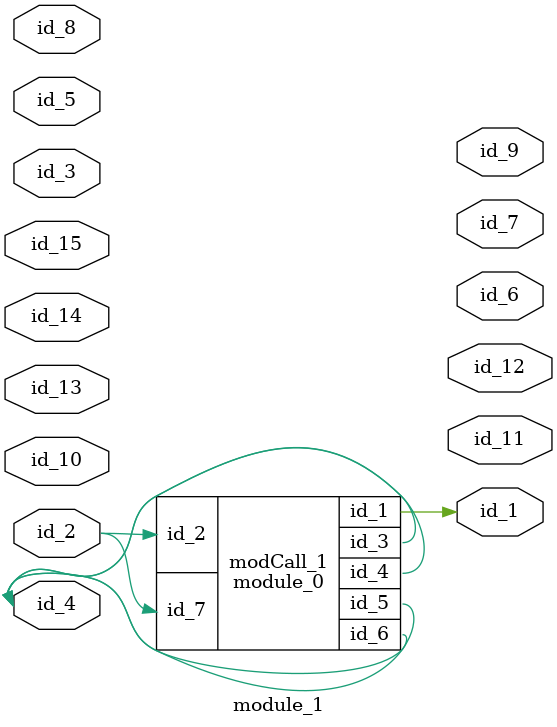
<source format=v>
module module_0 (
    id_1,
    id_2,
    id_3,
    id_4,
    id_5,
    id_6,
    id_7
);
  input wire id_7;
  inout wire id_6;
  inout wire id_5;
  output wire id_4;
  inout wire id_3;
  input wire id_2;
  output wire id_1;
  wire id_8;
endmodule
module module_1 (
    id_1,
    id_2,
    id_3,
    id_4,
    id_5,
    id_6,
    id_7,
    id_8,
    id_9,
    id_10,
    id_11,
    id_12,
    id_13,
    id_14,
    id_15
);
  input wire id_15;
  inout wire id_14;
  inout wire id_13;
  output wire id_12;
  output wire id_11;
  input wire id_10;
  output wire id_9;
  input wire id_8;
  output wire id_7;
  output wire id_6;
  input wire id_5;
  inout wire id_4;
  module_0 modCall_1 (
      id_1,
      id_2,
      id_4,
      id_4,
      id_4,
      id_4,
      id_2
  );
  inout wire id_3;
  input wire id_2;
  output wire id_1;
endmodule

</source>
